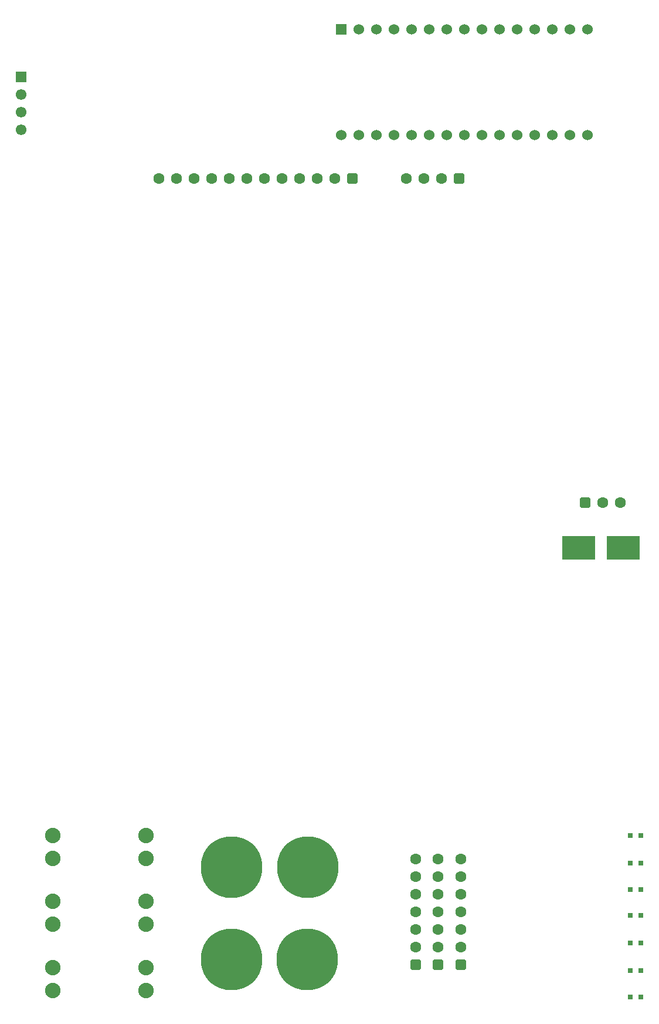
<source format=gbr>
G04*
G04 #@! TF.GenerationSoftware,Altium Limited,Altium Designer,24.1.2 (44)*
G04*
G04 Layer_Color=255*
%FSLAX25Y25*%
%MOIN*%
G70*
G04*
G04 #@! TF.SameCoordinates,A85318EA-E4D8-42E9-B0A6-CF3BD3DAF5E5*
G04*
G04*
G04 #@! TF.FilePolarity,Positive*
G04*
G01*
G75*
%ADD17R,0.18504X0.13504*%
%ADD18R,0.03150X0.03150*%
%ADD24C,0.08800*%
%ADD27R,0.06102X0.06102*%
%ADD28C,0.06102*%
%ADD32C,0.06299*%
G04:AMPARAMS|DCode=33|XSize=62.99mil|YSize=62.99mil|CornerRadius=15.75mil|HoleSize=0mil|Usage=FLASHONLY|Rotation=0.000|XOffset=0mil|YOffset=0mil|HoleType=Round|Shape=RoundedRectangle|*
%AMROUNDEDRECTD33*
21,1,0.06299,0.03150,0,0,0.0*
21,1,0.03150,0.06299,0,0,0.0*
1,1,0.03150,0.01575,-0.01575*
1,1,0.03150,-0.01575,-0.01575*
1,1,0.03150,-0.01575,0.01575*
1,1,0.03150,0.01575,0.01575*
%
%ADD33ROUNDEDRECTD33*%
%ADD34C,0.06000*%
%ADD35R,0.06000X0.06000*%
%ADD36C,0.35000*%
G04:AMPARAMS|DCode=37|XSize=62.99mil|YSize=62.99mil|CornerRadius=15.75mil|HoleSize=0mil|Usage=FLASHONLY|Rotation=90.000|XOffset=0mil|YOffset=0mil|HoleType=Round|Shape=RoundedRectangle|*
%AMROUNDEDRECTD37*
21,1,0.06299,0.03150,0,0,90.0*
21,1,0.03150,0.06299,0,0,90.0*
1,1,0.03150,0.01575,0.01575*
1,1,0.03150,0.01575,-0.01575*
1,1,0.03150,-0.01575,-0.01575*
1,1,0.03150,-0.01575,0.01575*
%
%ADD37ROUNDEDRECTD37*%
D17*
X1048228Y605315D02*
D03*
X1073819D02*
D03*
D18*
X1083661Y441929D02*
D03*
X1077756D02*
D03*
X1083661Y365158D02*
D03*
X1077756D02*
D03*
X1083661Y396654D02*
D03*
X1077756D02*
D03*
X1083661Y350394D02*
D03*
X1077756D02*
D03*
X1083661Y380906D02*
D03*
X1077756D02*
D03*
X1083661Y411417D02*
D03*
X1077756D02*
D03*
X1083661Y426181D02*
D03*
X1077756D02*
D03*
D24*
X749165Y442078D02*
D03*
Y429078D02*
D03*
X802165Y442078D02*
D03*
Y429078D02*
D03*
X749165Y404732D02*
D03*
Y391732D02*
D03*
X802165Y404732D02*
D03*
Y391732D02*
D03*
X749165Y367126D02*
D03*
Y354126D02*
D03*
X802165Y367126D02*
D03*
Y354126D02*
D03*
D27*
X731299Y872520D02*
D03*
D28*
Y862520D02*
D03*
Y852520D02*
D03*
Y842520D02*
D03*
D32*
X1072008Y630905D02*
D03*
X1062008D02*
D03*
X981299Y428622D02*
D03*
Y418622D02*
D03*
Y398622D02*
D03*
Y378622D02*
D03*
Y388622D02*
D03*
Y408622D02*
D03*
X968460Y428657D02*
D03*
Y418657D02*
D03*
Y398657D02*
D03*
Y378657D02*
D03*
Y388657D02*
D03*
Y408657D02*
D03*
X955664Y428657D02*
D03*
Y418657D02*
D03*
Y398657D02*
D03*
Y378657D02*
D03*
Y388657D02*
D03*
Y408657D02*
D03*
X809567Y814961D02*
D03*
X819567D02*
D03*
X829567D02*
D03*
X849567D02*
D03*
X859567D02*
D03*
X879567D02*
D03*
X899567D02*
D03*
X909567D02*
D03*
X889567D02*
D03*
X869567D02*
D03*
X839567D02*
D03*
X970433D02*
D03*
X960433D02*
D03*
X950433D02*
D03*
D33*
X1052008Y630905D02*
D03*
X919567Y814961D02*
D03*
X980433D02*
D03*
D34*
X1053307Y839567D02*
D03*
X1043307D02*
D03*
X1023307D02*
D03*
X1013307D02*
D03*
X1033307D02*
D03*
X1003307D02*
D03*
X993307D02*
D03*
X983307D02*
D03*
X973307D02*
D03*
X963307D02*
D03*
X953307D02*
D03*
X943307D02*
D03*
X933307D02*
D03*
X923307D02*
D03*
X1053307Y899567D02*
D03*
X1043307D02*
D03*
X913307Y839567D02*
D03*
X923307Y899567D02*
D03*
X933307D02*
D03*
X943307D02*
D03*
X953307D02*
D03*
X963307D02*
D03*
X973307D02*
D03*
X983307D02*
D03*
X993307D02*
D03*
X1003307D02*
D03*
X1013307D02*
D03*
X1023307D02*
D03*
X1033307D02*
D03*
D35*
X913307D02*
D03*
D36*
X850835Y371709D02*
D03*
X894142D02*
D03*
X850886Y423972D02*
D03*
X894193D02*
D03*
D37*
X981299Y368622D02*
D03*
X968460Y368657D02*
D03*
X955664D02*
D03*
M02*

</source>
